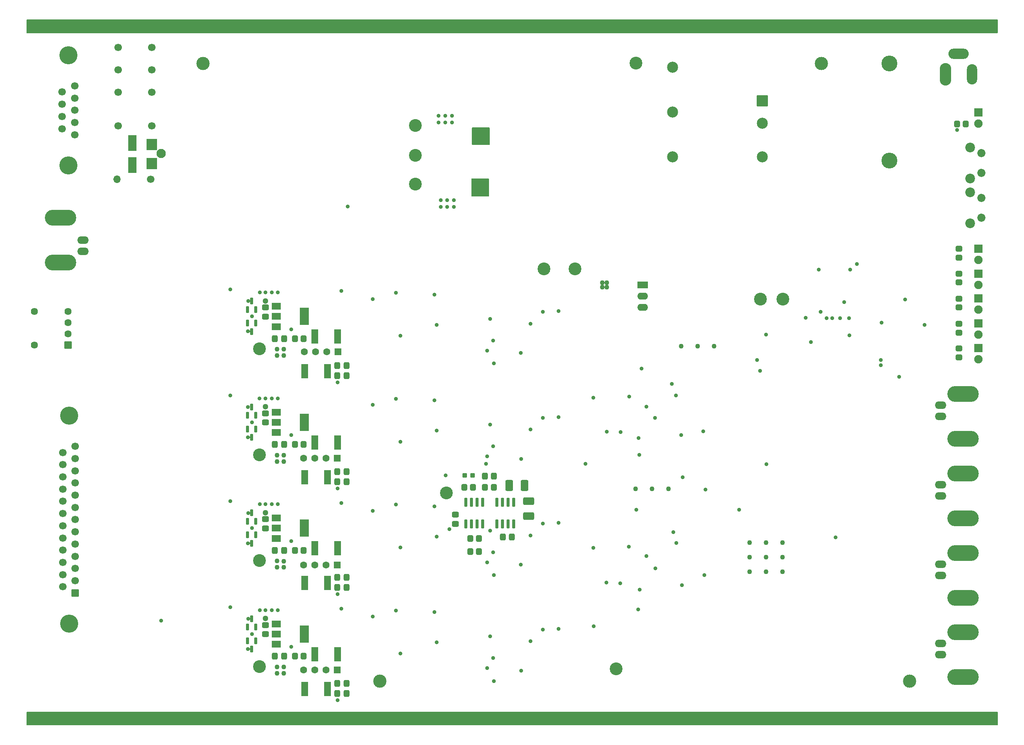
<source format=gbs>
G04 #@! TF.GenerationSoftware,KiCad,Pcbnew,(6.0.11)*
G04 #@! TF.CreationDate,2023-05-29T14:07:07-03:00*
G04 #@! TF.ProjectId,qds-cv,7164732d-6376-42e6-9b69-6361645f7063,rev?*
G04 #@! TF.SameCoordinates,Original*
G04 #@! TF.FileFunction,Soldermask,Bot*
G04 #@! TF.FilePolarity,Negative*
%FSLAX46Y46*%
G04 Gerber Fmt 4.6, Leading zero omitted, Abs format (unit mm)*
G04 Created by KiCad (PCBNEW (6.0.11)) date 2023-05-29 14:07:07*
%MOMM*%
%LPD*%
G01*
G04 APERTURE LIST*
G04 Aperture macros list*
%AMRoundRect*
0 Rectangle with rounded corners*
0 $1 Rounding radius*
0 $2 $3 $4 $5 $6 $7 $8 $9 X,Y pos of 4 corners*
0 Add a 4 corners polygon primitive as box body*
4,1,4,$2,$3,$4,$5,$6,$7,$8,$9,$2,$3,0*
0 Add four circle primitives for the rounded corners*
1,1,$1+$1,$2,$3*
1,1,$1+$1,$4,$5*
1,1,$1+$1,$6,$7*
1,1,$1+$1,$8,$9*
0 Add four rect primitives between the rounded corners*
20,1,$1+$1,$2,$3,$4,$5,0*
20,1,$1+$1,$4,$5,$6,$7,0*
20,1,$1+$1,$6,$7,$8,$9,0*
20,1,$1+$1,$8,$9,$2,$3,0*%
G04 Aperture macros list end*
%ADD10C,2.900000*%
%ADD11C,4.100000*%
%ADD12C,1.700000*%
%ADD13RoundRect,0.050000X0.754000X0.754000X-0.754000X0.754000X-0.754000X-0.754000X0.754000X-0.754000X0*%
%ADD14C,1.608000*%
%ADD15C,2.200000*%
%ADD16C,1.850000*%
%ADD17RoundRect,0.050000X-0.900000X0.900000X-0.900000X-0.900000X0.900000X-0.900000X0.900000X0.900000X0*%
%ADD18C,1.900000*%
%ADD19O,2.600000X1.700000*%
%ADD20O,7.100000X3.600000*%
%ADD21RoundRect,0.050000X-1.150000X0.750000X-1.150000X-0.750000X1.150000X-0.750000X1.150000X0.750000X0*%
%ADD22O,2.400000X1.600000*%
%ADD23O,1.700000X1.700000*%
%ADD24RoundRect,0.050000X-0.800000X0.800000X-0.800000X-0.800000X0.800000X-0.800000X0.800000X0.800000X0*%
%ADD25C,3.600000*%
%ADD26RoundRect,0.050000X-0.759000X0.759000X-0.759000X-0.759000X0.759000X-0.759000X0.759000X0.759000X0*%
%ADD27C,1.618000*%
%ADD28O,2.600000X5.100000*%
%ADD29O,2.350000X4.600000*%
%ADD30O,4.600000X2.350000*%
%ADD31RoundRect,0.050000X-1.200000X1.200000X-1.200000X-1.200000X1.200000X-1.200000X1.200000X1.200000X0*%
%ADD32C,2.500000*%
%ADD33RoundRect,0.300000X-0.350000X-0.450000X0.350000X-0.450000X0.350000X0.450000X-0.350000X0.450000X0*%
%ADD34RoundRect,0.300000X-0.337500X-0.475000X0.337500X-0.475000X0.337500X0.475000X-0.337500X0.475000X0*%
%ADD35RoundRect,0.300000X0.450000X-0.350000X0.450000X0.350000X-0.450000X0.350000X-0.450000X-0.350000X0*%
%ADD36RoundRect,0.300000X0.337500X0.475000X-0.337500X0.475000X-0.337500X-0.475000X0.337500X-0.475000X0*%
%ADD37RoundRect,0.300000X0.475000X-0.337500X0.475000X0.337500X-0.475000X0.337500X-0.475000X-0.337500X0*%
%ADD38RoundRect,0.050000X0.700000X1.600000X-0.700000X1.600000X-0.700000X-1.600000X0.700000X-1.600000X0*%
%ADD39RoundRect,0.300000X0.350000X0.450000X-0.350000X0.450000X-0.350000X-0.450000X0.350000X-0.450000X0*%
%ADD40RoundRect,0.325001X0.549999X0.924999X-0.549999X0.924999X-0.549999X-0.924999X0.549999X-0.924999X0*%
%ADD41RoundRect,0.200000X0.150000X-0.587500X0.150000X0.587500X-0.150000X0.587500X-0.150000X-0.587500X0*%
%ADD42RoundRect,0.200000X-0.150000X0.587500X-0.150000X-0.587500X0.150000X-0.587500X0.150000X0.587500X0*%
%ADD43RoundRect,0.300000X-0.450000X0.350000X-0.450000X-0.350000X0.450000X-0.350000X0.450000X0.350000X0*%
%ADD44RoundRect,0.050000X-1.000000X-0.750000X1.000000X-0.750000X1.000000X0.750000X-1.000000X0.750000X0*%
%ADD45RoundRect,0.050000X-1.000000X-1.900000X1.000000X-1.900000X1.000000X1.900000X-1.000000X1.900000X0*%
%ADD46RoundRect,0.300000X-0.475000X0.337500X-0.475000X-0.337500X0.475000X-0.337500X0.475000X0.337500X0*%
%ADD47RoundRect,0.050000X1.150000X-1.250000X1.150000X1.250000X-1.150000X1.250000X-1.150000X-1.250000X0*%
%ADD48C,3.000000*%
%ADD49RoundRect,0.200000X-0.150000X0.825000X-0.150000X-0.825000X0.150000X-0.825000X0.150000X0.825000X0*%
%ADD50RoundRect,0.325001X-0.924999X0.549999X-0.924999X-0.549999X0.924999X-0.549999X0.924999X0.549999X0*%
%ADD51RoundRect,0.050000X0.900000X-1.750000X0.900000X1.750000X-0.900000X1.750000X-0.900000X-1.750000X0*%
%ADD52RoundRect,0.200000X0.150000X-0.825000X0.150000X0.825000X-0.150000X0.825000X-0.150000X-0.825000X0*%
%ADD53RoundRect,0.287500X-0.250000X-0.237500X0.250000X-0.237500X0.250000X0.237500X-0.250000X0.237500X0*%
%ADD54C,0.900000*%
%ADD55C,1.100000*%
%ADD56C,0.700000*%
%ADD57C,1.300000*%
%ADD58C,2.100000*%
G04 APERTURE END LIST*
D10*
X152781000Y-138684000D03*
X217240100Y-96523000D03*
X271300000Y-103378000D03*
X188100000Y-64000000D03*
D11*
X109515331Y-48089000D03*
X109515331Y-73089000D03*
D12*
X110935331Y-66129000D03*
X110935331Y-63359000D03*
X110935331Y-60589000D03*
X110935331Y-57819000D03*
X110935331Y-55049000D03*
X108095331Y-64744000D03*
X108095331Y-61974000D03*
X108095331Y-59204000D03*
X108095331Y-56434000D03*
D13*
X170420000Y-139456000D03*
D14*
X167880000Y-139456000D03*
X165340000Y-139456000D03*
X162800000Y-139456000D03*
D15*
X313757500Y-68992000D03*
X313757500Y-76002000D03*
D16*
X316247500Y-70242000D03*
X316247500Y-74742000D03*
D17*
X315573200Y-97625000D03*
D18*
X315573200Y-100165000D03*
D10*
X233553000Y-187198000D03*
D19*
X112832000Y-90000000D03*
X112832000Y-92540000D03*
D20*
X107752000Y-84920000D03*
X107752000Y-95080000D03*
D19*
X307014000Y-130000000D03*
X307014000Y-127460000D03*
D20*
X312094000Y-124920000D03*
X312094000Y-135080000D03*
D17*
X315573200Y-108875000D03*
D18*
X315573200Y-111415000D03*
D21*
X239590500Y-100199500D03*
D22*
X239590500Y-102739500D03*
X239590500Y-105279500D03*
D10*
X266192000Y-103378000D03*
X152781000Y-186740800D03*
X195072000Y-147320000D03*
D17*
X315573200Y-103250000D03*
D18*
X315573200Y-105790000D03*
D10*
X152781000Y-162687000D03*
D15*
X313757500Y-79152000D03*
X313757500Y-86162000D03*
D16*
X316247500Y-80402000D03*
X316247500Y-84902000D03*
D10*
X188100000Y-77300000D03*
D12*
X128143000Y-76200000D03*
D23*
X120523000Y-76200000D03*
D17*
X315573200Y-92000000D03*
D18*
X315573200Y-94540000D03*
D11*
X109642331Y-176930000D03*
X109642331Y-129830000D03*
D24*
X111062331Y-170000000D03*
D12*
X111062331Y-167230000D03*
X111062331Y-164460000D03*
X111062331Y-161690000D03*
X111062331Y-158920000D03*
X111062331Y-156150000D03*
X111062331Y-153380000D03*
X111062331Y-150610000D03*
X111062331Y-147840000D03*
X111062331Y-145070000D03*
X111062331Y-142300000D03*
X111062331Y-139530000D03*
X111062331Y-136760000D03*
X108222331Y-168615000D03*
X108222331Y-165845000D03*
X108222331Y-163075000D03*
X108222331Y-160305000D03*
X108222331Y-157535000D03*
X108222331Y-154765000D03*
X108222331Y-151995000D03*
X108222331Y-149225000D03*
X108222331Y-146455000D03*
X108222331Y-143685000D03*
X108222331Y-140915000D03*
X108222331Y-138145000D03*
D25*
X295402000Y-71960000D03*
X295402000Y-49960000D03*
D10*
X152781000Y-114681000D03*
D26*
X109416500Y-113810000D03*
D27*
X109416500Y-111270000D03*
X109416500Y-108730000D03*
X109416500Y-106190000D03*
X101796500Y-106190000D03*
X101796500Y-113810000D03*
D28*
X308115500Y-52451000D03*
D29*
X314115500Y-52451000D03*
D30*
X311115500Y-47751000D03*
D12*
X128397000Y-56442500D03*
X128397000Y-51362500D03*
X128397000Y-46282500D03*
X120777000Y-56442500D03*
X120777000Y-51362500D03*
X120777000Y-46282500D03*
X128397000Y-64062500D03*
X120777000Y-64062500D03*
D13*
X170420000Y-163713000D03*
D14*
X167880000Y-163713000D03*
X165340000Y-163713000D03*
X162800000Y-163713000D03*
D17*
X315573200Y-61087000D03*
D18*
X315573200Y-63627000D03*
D19*
X307014000Y-166000000D03*
D20*
X312094000Y-171080000D03*
D19*
X307014000Y-163460000D03*
D20*
X312094000Y-160920000D03*
D17*
X315573200Y-114500000D03*
D18*
X315573200Y-117040000D03*
D10*
X238000000Y-49900000D03*
D13*
X170423100Y-187470000D03*
D14*
X167883100Y-187470000D03*
X165343100Y-187470000D03*
X162803100Y-187470000D03*
D19*
X307014000Y-184000000D03*
D20*
X312094000Y-189080000D03*
D19*
X307014000Y-181460000D03*
D20*
X312094000Y-178920000D03*
D10*
X188100000Y-70750000D03*
D19*
X307014000Y-148000000D03*
D20*
X312094000Y-142920000D03*
D19*
X307014000Y-145460000D03*
D20*
X312094000Y-153080000D03*
D31*
X266670000Y-58440000D03*
D32*
X266670000Y-63520000D03*
X266670000Y-71140000D03*
X246350000Y-50820000D03*
X246350000Y-60980000D03*
X246350000Y-71140000D03*
D10*
X224250000Y-96550000D03*
D13*
X170598000Y-115326000D03*
D14*
X168058000Y-115326000D03*
X165518000Y-115326000D03*
X162978000Y-115326000D03*
D33*
X160790000Y-112361000D03*
X162790000Y-112361000D03*
D34*
X170412500Y-192786000D03*
X172487500Y-192786000D03*
D35*
X311150000Y-110982000D03*
X311150000Y-108982000D03*
D34*
X207877500Y-157353000D03*
X209952500Y-157353000D03*
D36*
X158337500Y-112361000D03*
X156262500Y-112361000D03*
D37*
X197173600Y-154326500D03*
X197173600Y-152251500D03*
D38*
X170444000Y-111887000D03*
X165344000Y-111887000D03*
D34*
X170412500Y-120777000D03*
X172487500Y-120777000D03*
D39*
X201152000Y-146050000D03*
X199152000Y-146050000D03*
D33*
X160790000Y-160367000D03*
X162790000Y-160367000D03*
D38*
X170444000Y-159893000D03*
X165344000Y-159893000D03*
D33*
X160790000Y-136364000D03*
X162790000Y-136364000D03*
D40*
X212799000Y-145669000D03*
X209349000Y-145669000D03*
D36*
X158337500Y-184370000D03*
X156262500Y-184370000D03*
D38*
X170444000Y-135890000D03*
X165344000Y-135890000D03*
D34*
X203797500Y-143510000D03*
X205872500Y-143510000D03*
D41*
X151950000Y-177737500D03*
X150050000Y-177737500D03*
X151000000Y-175862500D03*
X151950000Y-153734500D03*
X150050000Y-153734500D03*
X151000000Y-151859500D03*
D42*
X150050000Y-108841300D03*
X151950000Y-108841300D03*
X151000000Y-110716300D03*
D33*
X310750000Y-63650000D03*
X312750000Y-63650000D03*
D43*
X311150000Y-97615500D03*
X311150000Y-99615500D03*
D44*
X156616000Y-133618000D03*
D45*
X162916000Y-131318000D03*
D44*
X156616000Y-131318000D03*
X156616000Y-129018000D03*
D36*
X158337500Y-160367000D03*
X156262500Y-160367000D03*
D39*
X202491600Y-157692600D03*
X200491600Y-157692600D03*
D46*
X154101800Y-177270500D03*
X154101800Y-179345500D03*
D39*
X205851000Y-146050000D03*
X203851000Y-146050000D03*
D46*
X154101800Y-129264500D03*
X154101800Y-131339500D03*
D42*
X150050000Y-180850300D03*
X151950000Y-180850300D03*
X151000000Y-182725300D03*
X150050000Y-132844300D03*
X151950000Y-132844300D03*
X151000000Y-134719300D03*
D47*
X128397000Y-72635000D03*
X128397000Y-68335000D03*
D48*
X140000000Y-50000000D03*
D36*
X158337500Y-136364000D03*
X156262500Y-136364000D03*
D33*
X200491600Y-160613600D03*
X202491600Y-160613600D03*
D34*
X170412500Y-166497000D03*
X172487500Y-166497000D03*
D33*
X160790000Y-184370000D03*
X162790000Y-184370000D03*
D38*
X170444000Y-183896000D03*
X165344000Y-183896000D03*
D48*
X180000000Y-190000000D03*
D49*
X199501000Y-149417000D03*
X200771000Y-149417000D03*
X202041000Y-149417000D03*
X203311000Y-149417000D03*
X203311000Y-154367000D03*
X202041000Y-154367000D03*
X200771000Y-154367000D03*
X199501000Y-154367000D03*
D34*
X170412500Y-118491000D03*
X172487500Y-118491000D03*
X170412500Y-144780000D03*
X172487500Y-144780000D03*
D46*
X154101800Y-153267500D03*
X154101800Y-155342500D03*
D34*
X170412500Y-168783000D03*
X172487500Y-168783000D03*
D42*
X150050000Y-156847300D03*
X151950000Y-156847300D03*
X151000000Y-158722300D03*
D44*
X156616000Y-181624000D03*
X156616000Y-179324000D03*
D45*
X162916000Y-179324000D03*
D44*
X156616000Y-177024000D03*
D43*
X311150000Y-103267000D03*
X311150000Y-105267000D03*
D44*
X156616000Y-157621000D03*
X156616000Y-155321000D03*
D45*
X162916000Y-155321000D03*
D44*
X156616000Y-153021000D03*
D38*
X168158000Y-143764000D03*
X163058000Y-143764000D03*
D50*
X213741000Y-149151000D03*
X213741000Y-152601000D03*
D35*
X311150000Y-116570000D03*
X311150000Y-114570000D03*
D46*
X154101800Y-105261500D03*
X154101800Y-107336500D03*
D48*
X300000000Y-190000000D03*
D51*
X123952000Y-72985000D03*
X123952000Y-67985000D03*
D34*
X170412500Y-142494000D03*
X172487500Y-142494000D03*
D52*
X210312000Y-154367000D03*
X209042000Y-154367000D03*
X207772000Y-154367000D03*
X206502000Y-154367000D03*
X206502000Y-149417000D03*
X207772000Y-149417000D03*
X209042000Y-149417000D03*
X210312000Y-149417000D03*
D38*
X168158000Y-119761000D03*
X163058000Y-119761000D03*
D41*
X151950000Y-105728500D03*
X150050000Y-105728500D03*
X151000000Y-103853500D03*
D38*
X168158000Y-191770000D03*
X163058000Y-191770000D03*
X168158000Y-167767000D03*
X163058000Y-167767000D03*
D41*
X151950000Y-129731500D03*
X150050000Y-129731500D03*
X151000000Y-127856500D03*
D43*
X311150000Y-91964000D03*
X311150000Y-93964000D03*
D53*
X199239500Y-143383000D03*
X201064500Y-143383000D03*
D44*
X156616000Y-109615000D03*
D45*
X162916000Y-107315000D03*
D44*
X156616000Y-107315000D03*
X156616000Y-105015000D03*
D48*
X280000000Y-50000000D03*
D34*
X170412500Y-190500000D03*
X172487500Y-190500000D03*
D54*
X196370000Y-61800000D03*
X204316500Y-115035500D03*
X204316500Y-187044500D03*
X195819162Y-155513600D03*
X183642000Y-125984000D03*
X193370000Y-63300000D03*
X216916000Y-178308000D03*
X216916000Y-106299000D03*
X204316500Y-163041500D03*
X194870000Y-61800000D03*
X183642000Y-101981000D03*
X216916000Y-154305000D03*
X196370000Y-63300000D03*
X194870000Y-63300000D03*
X183642000Y-173990000D03*
X183642000Y-149987000D03*
X204316500Y-139038500D03*
X216916000Y-130302000D03*
X193370000Y-61800000D03*
X214190000Y-132940000D03*
D55*
X270000000Y-198500000D03*
D54*
X240411000Y-127762000D03*
D55*
X290000000Y-41500000D03*
X275000000Y-198500000D03*
D54*
X171310100Y-101565700D03*
D55*
X245000000Y-198500000D03*
X210000000Y-41500000D03*
X135000000Y-198500000D03*
X305000000Y-198500000D03*
D54*
X265500000Y-117200000D03*
X214160000Y-156960000D03*
D55*
X270000000Y-41500000D03*
X170000000Y-198500000D03*
D54*
X240411000Y-161671000D03*
D55*
X145000000Y-198500000D03*
D54*
X205010000Y-131840000D03*
D55*
X267474667Y-161900000D03*
X310000000Y-41500000D03*
X130000000Y-41500000D03*
X263749334Y-161900000D03*
X125000000Y-198500000D03*
X115000000Y-41500000D03*
X237949334Y-146400000D03*
X135000000Y-41500000D03*
X267474667Y-158598000D03*
X185000000Y-198500000D03*
X170000000Y-41500000D03*
X145000000Y-41500000D03*
D54*
X276500000Y-107600000D03*
X212020000Y-139590000D03*
D55*
X130000000Y-198500000D03*
X150000000Y-198500000D03*
D54*
X171310100Y-173603600D03*
X293500000Y-117200000D03*
X204990000Y-107850000D03*
D55*
X215000000Y-41500000D03*
D54*
X253238000Y-133350000D03*
D55*
X267474667Y-165200000D03*
D54*
X214200000Y-180960000D03*
X228346000Y-159766000D03*
D55*
X175000000Y-198500000D03*
D56*
X202441500Y-65940000D03*
D55*
X150000000Y-41500000D03*
D56*
X202441500Y-66940000D03*
D54*
X212000000Y-115600000D03*
D55*
X240000000Y-41500000D03*
X263749334Y-165200000D03*
X230000000Y-41500000D03*
X225000000Y-198500000D03*
X165000000Y-198500000D03*
X271200000Y-165200000D03*
X180000000Y-41500000D03*
X120000000Y-41500000D03*
X205000000Y-198500000D03*
X225000000Y-41500000D03*
D54*
X261366000Y-151130000D03*
D55*
X180000000Y-198500000D03*
X205000000Y-41500000D03*
D54*
X253746000Y-146558000D03*
X303400000Y-109250000D03*
D55*
X220000000Y-41500000D03*
X195000000Y-198500000D03*
X120000000Y-198500000D03*
X105000000Y-198500000D03*
X200000000Y-41500000D03*
D54*
X205020000Y-179860000D03*
D55*
X235000000Y-41500000D03*
X220000000Y-198500000D03*
X115000000Y-198500000D03*
X280000000Y-41500000D03*
X260000000Y-198500000D03*
D56*
X203241500Y-66940000D03*
D55*
X295000000Y-41500000D03*
X140000000Y-41500000D03*
D54*
X267589000Y-140843000D03*
D55*
X175000000Y-41500000D03*
X155000000Y-41500000D03*
X241674667Y-146400000D03*
D54*
X288050000Y-95450000D03*
D55*
X105000000Y-41500000D03*
X300000000Y-41500000D03*
X160000000Y-41500000D03*
D54*
X293500000Y-118400000D03*
D55*
X265000000Y-198500000D03*
X300000000Y-198500000D03*
D54*
X277650000Y-113157000D03*
D55*
X195000000Y-41500000D03*
X110000000Y-41500000D03*
D54*
X171310100Y-149600600D03*
D55*
X200000000Y-198500000D03*
X315000000Y-41500000D03*
X210000000Y-198500000D03*
X310000000Y-198500000D03*
X235000000Y-198500000D03*
X255000000Y-41500000D03*
X160000000Y-198500000D03*
X190000000Y-198500000D03*
X295000000Y-198500000D03*
X285000000Y-41500000D03*
X275000000Y-41500000D03*
X250000000Y-41500000D03*
X285000000Y-198500000D03*
D54*
X212030000Y-187610000D03*
D55*
X290000000Y-198500000D03*
D54*
X211990000Y-163610000D03*
D55*
X255000000Y-198500000D03*
X165000000Y-41500000D03*
X280000000Y-198500000D03*
X251968000Y-114046000D03*
X125000000Y-41500000D03*
X263749334Y-158598000D03*
X245400000Y-146400000D03*
X155000000Y-198500000D03*
X250000000Y-198500000D03*
D54*
X228346000Y-125730000D03*
D55*
X315000000Y-198500000D03*
D56*
X203241500Y-65940000D03*
D55*
X215000000Y-198500000D03*
X185000000Y-41500000D03*
X265000000Y-41500000D03*
X245000000Y-41500000D03*
X240000000Y-198500000D03*
X271200000Y-161900000D03*
X110000000Y-198500000D03*
D54*
X253492000Y-165989000D03*
X285200000Y-104100000D03*
D55*
X190000000Y-41500000D03*
X140000000Y-198500000D03*
X260000000Y-41500000D03*
D54*
X204980000Y-155860000D03*
X214170000Y-108950000D03*
D55*
X271200000Y-158598000D03*
X255693333Y-114046000D03*
X230000000Y-198500000D03*
X305000000Y-41500000D03*
X248242667Y-114046000D03*
D54*
X150215600Y-103831700D03*
X150162500Y-110687400D03*
X192913000Y-157226000D03*
X184700000Y-135700000D03*
X193800000Y-82490000D03*
X196800000Y-80990000D03*
X193800000Y-80990000D03*
X184700000Y-159700000D03*
X195300000Y-80990000D03*
X192913000Y-109220000D03*
X192913000Y-181229000D03*
X184700000Y-183700000D03*
X195300000Y-82490000D03*
X192913000Y-133223000D03*
X196800000Y-82490000D03*
X184700000Y-111700000D03*
X151103000Y-107259100D03*
X146200000Y-101190100D03*
D57*
X154152600Y-103780900D03*
D55*
X158318200Y-114753700D03*
D54*
X159969200Y-110207100D03*
X152831800Y-101850500D03*
D55*
X156768800Y-114728300D03*
D54*
X154127200Y-101850500D03*
X155575000Y-101850500D03*
D55*
X156743400Y-116150700D03*
X158318200Y-116150700D03*
D54*
X156921200Y-101850500D03*
X242386600Y-130334803D03*
X236397800Y-159497800D03*
X279837500Y-106262500D03*
X266112000Y-119612000D03*
X220472000Y-130126500D03*
X286528029Y-96728029D03*
X205679000Y-136779000D03*
X220472000Y-106123500D03*
X238125000Y-151130000D03*
X239348000Y-119142000D03*
X205700000Y-184785000D03*
X220472000Y-154129500D03*
X226568000Y-140716000D03*
X236474000Y-125476000D03*
X220472000Y-178132500D03*
X205700000Y-112776000D03*
X248639500Y-143737500D03*
X178435000Y-151384000D03*
X279400000Y-96700000D03*
X172800000Y-82400000D03*
X228473000Y-177546000D03*
X231317800Y-167665400D03*
X178435000Y-103378000D03*
X205682000Y-160782000D03*
X231394000Y-133477000D03*
X299025000Y-103475000D03*
X178435000Y-127381000D03*
X310750000Y-65000000D03*
X283287600Y-157402400D03*
X297650000Y-121000000D03*
X178435000Y-175387000D03*
X242464603Y-164410403D03*
X238633000Y-134874000D03*
X238760000Y-138684000D03*
X205867000Y-117983000D03*
X293700000Y-108700000D03*
X267500000Y-111400000D03*
X281178000Y-107696000D03*
X282448000Y-107696000D03*
X284226000Y-107696000D03*
X286258000Y-107696000D03*
X286385000Y-111633000D03*
X130550600Y-176270600D03*
X192405000Y-150368000D03*
X192405000Y-174371000D03*
X192405000Y-126365000D03*
X192405000Y-102362000D03*
X194945000Y-143383000D03*
X170466800Y-146286000D03*
D58*
X130542000Y-70358000D03*
D54*
X170455500Y-170307000D03*
X170434000Y-194310000D03*
X170434000Y-122272100D03*
D55*
X230400000Y-99650000D03*
X231400000Y-99650000D03*
X230400000Y-100650000D03*
X231400000Y-100650000D03*
D54*
X246154797Y-122595600D03*
X248285000Y-134239000D03*
X150192600Y-127863600D03*
X150139500Y-134719300D03*
D57*
X154129600Y-127812800D03*
D54*
X146177000Y-125222000D03*
X151080000Y-131291000D03*
D55*
X156745800Y-138760200D03*
D54*
X156898200Y-125882400D03*
X155552000Y-125882400D03*
X152808800Y-125882400D03*
D55*
X158295200Y-140182600D03*
D54*
X159946200Y-134239000D03*
X154104200Y-125882400D03*
D55*
X158295200Y-138785600D03*
X156720400Y-140182600D03*
D54*
X150215600Y-151866600D03*
X150162500Y-158722300D03*
D57*
X154152600Y-151815800D03*
D54*
X146200000Y-149225000D03*
X151103000Y-155294000D03*
X159969200Y-158242000D03*
D55*
X156743400Y-164185600D03*
D54*
X154127200Y-149885400D03*
X155575000Y-149885400D03*
X156921200Y-149885400D03*
D55*
X158318200Y-164185600D03*
X156768800Y-162763200D03*
D54*
X152831800Y-149885400D03*
D55*
X158318200Y-162788600D03*
D54*
X150215600Y-175869600D03*
X150162500Y-182725300D03*
D57*
X154152600Y-175818800D03*
D54*
X146200000Y-173228000D03*
X151103000Y-179297000D03*
D55*
X156768800Y-186766200D03*
D54*
X154127200Y-173888400D03*
X156921200Y-173888400D03*
D55*
X158318200Y-186791600D03*
D54*
X152831800Y-173888400D03*
D55*
X158318200Y-188188600D03*
X156743400Y-188188600D03*
D54*
X155575000Y-173888400D03*
X159969200Y-182245000D03*
X238887000Y-169291000D03*
X238506000Y-173736000D03*
D56*
X202441500Y-77440000D03*
X203241500Y-77440000D03*
X202441500Y-78770000D03*
X203241500Y-78770000D03*
D54*
X204089000Y-140716000D03*
X205867000Y-165989000D03*
X205867000Y-189992000D03*
X247116000Y-125195600D03*
X234569000Y-133546397D03*
X247142000Y-158685000D03*
X234442000Y-167829000D03*
X246507000Y-156210000D03*
X248464603Y-168284397D03*
G36*
X204842121Y-64470002D02*
G01*
X204888614Y-64523658D01*
X204900000Y-64576000D01*
X204900000Y-68324000D01*
X204879998Y-68392121D01*
X204826342Y-68438614D01*
X204774000Y-68450000D01*
X201026000Y-68450000D01*
X200957879Y-68429998D01*
X200911386Y-68376342D01*
X200900000Y-68324000D01*
X200900000Y-64576000D01*
X200920002Y-64507879D01*
X200973658Y-64461386D01*
X201026000Y-64450000D01*
X204774000Y-64450000D01*
X204842121Y-64470002D01*
G37*
G36*
X319942121Y-196981002D02*
G01*
X319988614Y-197034658D01*
X320000000Y-197087000D01*
X320000000Y-199874000D01*
X319979998Y-199942121D01*
X319926342Y-199988614D01*
X319874000Y-200000000D01*
X100126000Y-200000000D01*
X100057879Y-199979998D01*
X100011386Y-199926342D01*
X100000000Y-199874000D01*
X100000000Y-197087000D01*
X100020002Y-197018879D01*
X100073658Y-196972386D01*
X100126000Y-196961000D01*
X319874000Y-196961000D01*
X319942121Y-196981002D01*
G37*
G36*
X319942121Y-40025002D02*
G01*
X319988614Y-40078658D01*
X320000000Y-40131000D01*
X320000000Y-42943000D01*
X319979998Y-43011121D01*
X319926342Y-43057614D01*
X319874000Y-43069000D01*
X100126000Y-43069000D01*
X100057879Y-43048998D01*
X100011386Y-42995342D01*
X100000000Y-42943000D01*
X100000000Y-40131000D01*
X100020002Y-40062879D01*
X100073658Y-40016386D01*
X100126000Y-40005000D01*
X319874000Y-40005000D01*
X319942121Y-40025002D01*
G37*
G36*
X204692121Y-76070002D02*
G01*
X204738614Y-76123658D01*
X204750000Y-76176000D01*
X204750000Y-79974000D01*
X204729998Y-80042121D01*
X204676342Y-80088614D01*
X204624000Y-80100000D01*
X200876000Y-80100000D01*
X200807879Y-80079998D01*
X200761386Y-80026342D01*
X200750000Y-79974000D01*
X200750000Y-76176000D01*
X200770002Y-76107879D01*
X200823658Y-76061386D01*
X200876000Y-76050000D01*
X204624000Y-76050000D01*
X204692121Y-76070002D01*
G37*
G36*
X319990819Y-196954152D02*
G01*
X320001387Y-196958530D01*
X320002470Y-196959613D01*
X320006848Y-196970181D01*
X320007000Y-196970946D01*
X320007000Y-199990054D01*
X320006848Y-199990819D01*
X320002470Y-200001387D01*
X320001387Y-200002470D01*
X319990819Y-200006848D01*
X319990054Y-200007000D01*
X100009946Y-200007000D01*
X100009181Y-200006848D01*
X99998613Y-200002470D01*
X99997530Y-200001387D01*
X99996127Y-199998000D01*
X100002000Y-199998000D01*
X319998000Y-199998000D01*
X319998000Y-196963000D01*
X100002000Y-196963000D01*
X100002000Y-199998000D01*
X99996127Y-199998000D01*
X99993152Y-199990819D01*
X99993000Y-199990054D01*
X99993000Y-196970946D01*
X99993152Y-196970181D01*
X99997530Y-196959613D01*
X99998613Y-196958530D01*
X100009181Y-196954152D01*
X100009946Y-196954000D01*
X319990054Y-196954000D01*
X319990819Y-196954152D01*
G37*
G36*
X150651293Y-182490186D02*
G01*
X150652000Y-182491712D01*
X150652000Y-182957456D01*
X150651000Y-182959188D01*
X150649000Y-182959188D01*
X150648152Y-182958221D01*
X150633826Y-182923634D01*
X150600002Y-182909624D01*
X150565944Y-182923731D01*
X150558396Y-182934342D01*
X150556577Y-182935174D01*
X150554947Y-182934015D01*
X150554966Y-182932311D01*
X150589274Y-182861500D01*
X150610368Y-182736117D01*
X150610498Y-182725431D01*
X150592473Y-182599568D01*
X150553630Y-182514136D01*
X150553824Y-182512145D01*
X150555644Y-182511317D01*
X150556816Y-182511846D01*
X150583210Y-182536502D01*
X150619800Y-182535256D01*
X150644955Y-182508327D01*
X150648032Y-182491355D01*
X150649325Y-182489829D01*
X150651293Y-182490186D01*
G37*
G36*
X150651293Y-158487186D02*
G01*
X150652000Y-158488712D01*
X150652000Y-158954456D01*
X150651000Y-158956188D01*
X150649000Y-158956188D01*
X150648152Y-158955221D01*
X150633826Y-158920634D01*
X150600002Y-158906624D01*
X150565944Y-158920731D01*
X150558396Y-158931342D01*
X150556577Y-158932174D01*
X150554947Y-158931015D01*
X150554966Y-158929311D01*
X150589274Y-158858500D01*
X150610368Y-158733117D01*
X150610498Y-158722431D01*
X150592473Y-158596568D01*
X150553630Y-158511136D01*
X150553824Y-158509145D01*
X150555644Y-158508317D01*
X150556816Y-158508846D01*
X150583210Y-158533502D01*
X150619800Y-158532256D01*
X150644955Y-158505327D01*
X150648032Y-158488355D01*
X150649325Y-158486829D01*
X150651293Y-158487186D01*
G37*
G36*
X150651293Y-134534772D02*
G01*
X150652000Y-134536298D01*
X150652000Y-134903984D01*
X150651000Y-134905716D01*
X150649000Y-134905716D01*
X150648152Y-134904749D01*
X150633826Y-134870162D01*
X150600002Y-134856152D01*
X150565944Y-134870259D01*
X150558396Y-134880870D01*
X150556577Y-134881702D01*
X150554947Y-134880543D01*
X150554966Y-134878839D01*
X150566274Y-134855500D01*
X150587368Y-134730117D01*
X150587498Y-134719431D01*
X150569473Y-134593568D01*
X150553630Y-134558722D01*
X150553824Y-134556731D01*
X150555644Y-134555903D01*
X150556816Y-134556432D01*
X150583210Y-134581088D01*
X150619800Y-134579842D01*
X150644955Y-134552913D01*
X150648032Y-134535941D01*
X150649325Y-134534415D01*
X150651293Y-134534772D01*
G37*
G36*
X150651631Y-127577014D02*
G01*
X150652000Y-127578172D01*
X150652000Y-128151056D01*
X150651000Y-128152788D01*
X150649000Y-128152788D01*
X150648152Y-128151821D01*
X150633826Y-128117234D01*
X150600029Y-128103235D01*
X150564882Y-128118828D01*
X150562893Y-128118616D01*
X150562082Y-128116788D01*
X150562588Y-128115658D01*
X150563992Y-128114107D01*
X150619374Y-127999800D01*
X150640468Y-127874417D01*
X150640598Y-127863731D01*
X150622573Y-127737868D01*
X150570000Y-127622239D01*
X150561789Y-127612709D01*
X150561416Y-127610745D01*
X150562931Y-127609439D01*
X150564204Y-127609618D01*
X150596456Y-127625875D01*
X150631183Y-127614424D01*
X150648182Y-127577339D01*
X150649813Y-127576181D01*
X150651631Y-127577014D01*
G37*
G36*
X150651293Y-110452286D02*
G01*
X150652000Y-110453812D01*
X150652000Y-110919556D01*
X150651000Y-110921288D01*
X150649000Y-110921288D01*
X150648152Y-110920321D01*
X150633826Y-110885734D01*
X150600002Y-110871724D01*
X150565944Y-110885831D01*
X150558396Y-110896442D01*
X150556577Y-110897274D01*
X150554947Y-110896115D01*
X150554966Y-110894411D01*
X150589274Y-110823600D01*
X150610368Y-110698217D01*
X150610498Y-110687531D01*
X150592473Y-110561668D01*
X150553630Y-110476236D01*
X150553824Y-110474245D01*
X150555644Y-110473417D01*
X150556816Y-110473946D01*
X150583210Y-110498602D01*
X150619800Y-110497356D01*
X150644955Y-110470427D01*
X150648032Y-110453455D01*
X150649325Y-110451929D01*
X150651293Y-110452286D01*
G37*
G36*
X204740819Y-76043152D02*
G01*
X204751387Y-76047530D01*
X204752470Y-76048613D01*
X204756848Y-76059181D01*
X204757000Y-76059946D01*
X204757000Y-80090054D01*
X204756848Y-80090819D01*
X204752470Y-80101387D01*
X204751387Y-80102470D01*
X204740819Y-80106848D01*
X204740054Y-80107000D01*
X200759946Y-80107000D01*
X200759181Y-80106848D01*
X200748613Y-80102470D01*
X200747530Y-80101387D01*
X200746127Y-80098000D01*
X200752000Y-80098000D01*
X204748000Y-80098000D01*
X204748000Y-76052000D01*
X200752000Y-76052000D01*
X200752000Y-80098000D01*
X200746127Y-80098000D01*
X200743152Y-80090819D01*
X200743000Y-80090054D01*
X200743000Y-76059946D01*
X200743152Y-76059181D01*
X200747530Y-76048613D01*
X200748613Y-76047530D01*
X200759181Y-76043152D01*
X200759946Y-76043000D01*
X204740054Y-76043000D01*
X204740819Y-76043152D01*
G37*
G36*
X204890819Y-64443152D02*
G01*
X204901387Y-64447530D01*
X204902470Y-64448613D01*
X204906848Y-64459181D01*
X204907000Y-64459946D01*
X204907000Y-68440054D01*
X204906848Y-68440819D01*
X204902470Y-68451387D01*
X204901387Y-68452470D01*
X204890819Y-68456848D01*
X204890054Y-68457000D01*
X200909946Y-68457000D01*
X200909181Y-68456848D01*
X200898613Y-68452470D01*
X200897530Y-68451387D01*
X200896127Y-68448000D01*
X200902000Y-68448000D01*
X204898000Y-68448000D01*
X204898000Y-64452000D01*
X200902000Y-64452000D01*
X200902000Y-68448000D01*
X200896127Y-68448000D01*
X200893152Y-68440819D01*
X200893000Y-68440054D01*
X200893000Y-64459946D01*
X200893152Y-64459181D01*
X200897530Y-64448613D01*
X200898613Y-64447530D01*
X200909181Y-64443152D01*
X200909946Y-64443000D01*
X204890054Y-64443000D01*
X204890819Y-64443152D01*
G37*
G36*
X319990819Y-39998152D02*
G01*
X320001387Y-40002530D01*
X320002470Y-40003613D01*
X320006848Y-40014181D01*
X320007000Y-40014946D01*
X320007000Y-43059054D01*
X320006848Y-43059819D01*
X320002470Y-43070387D01*
X320001387Y-43071470D01*
X319990819Y-43075848D01*
X319990054Y-43076000D01*
X100009946Y-43076000D01*
X100009181Y-43075848D01*
X99998613Y-43071470D01*
X99997530Y-43070387D01*
X99996127Y-43067000D01*
X100002000Y-43067000D01*
X319998000Y-43067000D01*
X319998000Y-40007000D01*
X100002000Y-40007000D01*
X100002000Y-43067000D01*
X99996127Y-43067000D01*
X99993152Y-43059819D01*
X99993000Y-43059054D01*
X99993000Y-40014946D01*
X99993152Y-40014181D01*
X99997530Y-40003613D01*
X99998613Y-40002530D01*
X100009181Y-39998152D01*
X100009946Y-39998000D01*
X319990054Y-39998000D01*
X319990819Y-39998152D01*
G37*
M02*

</source>
